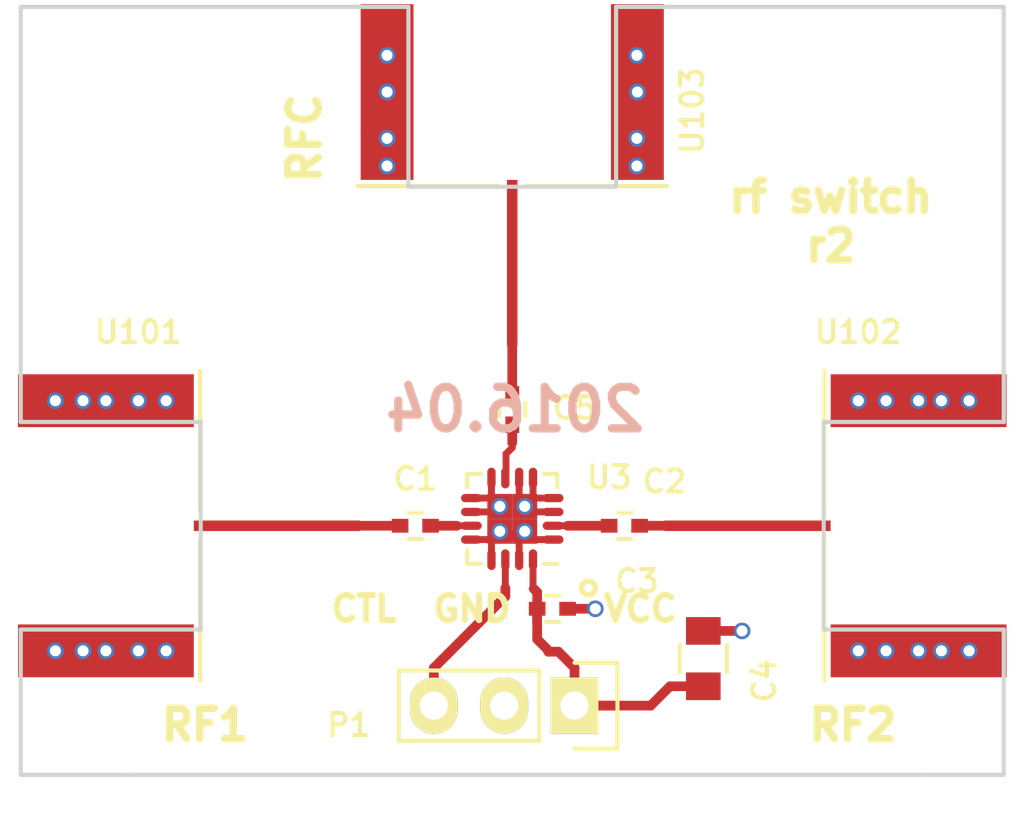
<source format=kicad_pcb>
(kicad_pcb (version 4) (host pcbnew 4.0.2-stable)

  (general
    (links 33)
    (no_connects 0)
    (area 130 88 167.000001 117.568667)
    (thickness 1.6)
    (drawings 27)
    (tracks 92)
    (zones 0)
    (modules 10)
    (nets 10)
  )

  (page A4)
  (layers
    (0 F.Cu signal)
    (1 In1.Cu signal)
    (2 In2.Cu signal)
    (31 B.Cu signal)
    (32 B.Adhes user)
    (33 F.Adhes user)
    (34 B.Paste user)
    (35 F.Paste user)
    (36 B.SilkS user)
    (37 F.SilkS user)
    (38 B.Mask user)
    (39 F.Mask user)
    (40 Dwgs.User user)
    (41 Cmts.User user)
    (42 Eco1.User user)
    (43 Eco2.User user)
    (44 Edge.Cuts user)
    (45 Margin user)
    (46 B.CrtYd user)
    (47 F.CrtYd user)
    (48 B.Fab user)
    (49 F.Fab user)
  )

  (setup
    (last_trace_width 0.35)
    (user_trace_width 0.35)
    (trace_clearance 0.127)
    (zone_clearance 0.3)
    (zone_45_only no)
    (trace_min 0.2)
    (segment_width 0.2)
    (edge_width 0.15)
    (via_size 0.6)
    (via_drill 0.4)
    (via_min_size 0.4)
    (via_min_drill 0.3)
    (uvia_size 0.3)
    (uvia_drill 0.1)
    (uvias_allowed no)
    (uvia_min_size 0.2)
    (uvia_min_drill 0.1)
    (pcb_text_width 0.3)
    (pcb_text_size 1.5 1.5)
    (mod_edge_width 0.15)
    (mod_text_size 0.8 0.8)
    (mod_text_width 0.15)
    (pad_size 1.524 1.524)
    (pad_drill 0.762)
    (pad_to_mask_clearance 0.2)
    (aux_axis_origin 0 0)
    (visible_elements FFFEFF7F)
    (pcbplotparams
      (layerselection 0x010f0_80000007)
      (usegerberextensions true)
      (excludeedgelayer true)
      (linewidth 0.100000)
      (plotframeref false)
      (viasonmask false)
      (mode 1)
      (useauxorigin false)
      (hpglpennumber 1)
      (hpglpenspeed 20)
      (hpglpendiameter 15)
      (hpglpenoverlay 2)
      (psnegative false)
      (psa4output false)
      (plotreference true)
      (plotvalue true)
      (plotinvisibletext false)
      (padsonsilk false)
      (subtractmaskfromsilk false)
      (outputformat 1)
      (mirror false)
      (drillshape 0)
      (scaleselection 1)
      (outputdirectory gerbs/))
  )

  (net 0 "")
  (net 1 "Net-(C1-Pad1)")
  (net 2 "Net-(C1-Pad2)")
  (net 3 "Net-(C2-Pad1)")
  (net 4 "Net-(C2-Pad2)")
  (net 5 "Net-(C3-Pad1)")
  (net 6 GND)
  (net 7 "Net-(C5-Pad1)")
  (net 8 "Net-(C5-Pad2)")
  (net 9 "Net-(P1-Pad3)")

  (net_class Default "This is the default net class."
    (clearance 0.127)
    (trace_width 0.25)
    (via_dia 0.6)
    (via_drill 0.4)
    (uvia_dia 0.3)
    (uvia_drill 0.1)
    (add_net GND)
    (add_net "Net-(C1-Pad1)")
    (add_net "Net-(C1-Pad2)")
    (add_net "Net-(C2-Pad1)")
    (add_net "Net-(C2-Pad2)")
    (add_net "Net-(C3-Pad1)")
    (add_net "Net-(C5-Pad1)")
    (add_net "Net-(C5-Pad2)")
    (add_net "Net-(P1-Pad3)")
  )

  (module Pin_Headers:Pin_Header_Straight_1x03 (layer F.Cu) (tedit 0) (tstamp 56C570EF)
    (at 150.75 113.5 270)
    (descr "Through hole pin header")
    (tags "pin header")
    (path /56AF18F1)
    (fp_text reference P1 (at 0.7 8.15 360) (layer F.SilkS)
      (effects (font (size 0.8 0.8) (thickness 0.15)))
    )
    (fp_text value CONN_01X03 (at 0 -3.1 270) (layer F.Fab)
      (effects (font (size 0.8 0.8) (thickness 0.15)))
    )
    (fp_line (start -1.75 -1.75) (end -1.75 6.85) (layer F.CrtYd) (width 0.05))
    (fp_line (start 1.75 -1.75) (end 1.75 6.85) (layer F.CrtYd) (width 0.05))
    (fp_line (start -1.75 -1.75) (end 1.75 -1.75) (layer F.CrtYd) (width 0.05))
    (fp_line (start -1.75 6.85) (end 1.75 6.85) (layer F.CrtYd) (width 0.05))
    (fp_line (start -1.27 1.27) (end -1.27 6.35) (layer F.SilkS) (width 0.15))
    (fp_line (start -1.27 6.35) (end 1.27 6.35) (layer F.SilkS) (width 0.15))
    (fp_line (start 1.27 6.35) (end 1.27 1.27) (layer F.SilkS) (width 0.15))
    (fp_line (start 1.55 -1.55) (end 1.55 0) (layer F.SilkS) (width 0.15))
    (fp_line (start 1.27 1.27) (end -1.27 1.27) (layer F.SilkS) (width 0.15))
    (fp_line (start -1.55 0) (end -1.55 -1.55) (layer F.SilkS) (width 0.15))
    (fp_line (start -1.55 -1.55) (end 1.55 -1.55) (layer F.SilkS) (width 0.15))
    (pad 1 thru_hole rect (at 0 0 270) (size 2.032 1.7272) (drill 1.016) (layers *.Cu *.Mask F.SilkS)
      (net 5 "Net-(C3-Pad1)"))
    (pad 2 thru_hole oval (at 0 2.54 270) (size 2.032 1.7272) (drill 1.016) (layers *.Cu *.Mask F.SilkS)
      (net 6 GND))
    (pad 3 thru_hole oval (at 0 5.08 270) (size 2.032 1.7272) (drill 1.016) (layers *.Cu *.Mask F.SilkS)
      (net 9 "Net-(P1-Pad3)"))
    (model Pin_Headers.3dshapes/Pin_Header_Straight_1x03.wrl
      (at (xyz 0 -0.1 0))
      (scale (xyz 1 1 1))
      (rotate (xyz 0 0 90))
    )
  )

  (module Capacitors_SMD:C_0402 (layer F.Cu) (tedit 5415D599) (tstamp 56C570DC)
    (at 149.95 110)
    (descr "Capacitor SMD 0402, reflow soldering, AVX (see smccp.pdf)")
    (tags "capacitor 0402")
    (path /56AF1ADD)
    (attr smd)
    (fp_text reference C3 (at 3.05 -1) (layer F.SilkS)
      (effects (font (size 0.8 0.8) (thickness 0.15)))
    )
    (fp_text value "100 pF" (at 0 1.7) (layer F.Fab)
      (effects (font (size 0.8 0.8) (thickness 0.15)))
    )
    (fp_line (start -1.15 -0.6) (end 1.15 -0.6) (layer F.CrtYd) (width 0.05))
    (fp_line (start -1.15 0.6) (end 1.15 0.6) (layer F.CrtYd) (width 0.05))
    (fp_line (start -1.15 -0.6) (end -1.15 0.6) (layer F.CrtYd) (width 0.05))
    (fp_line (start 1.15 -0.6) (end 1.15 0.6) (layer F.CrtYd) (width 0.05))
    (fp_line (start 0.25 -0.475) (end -0.25 -0.475) (layer F.SilkS) (width 0.15))
    (fp_line (start -0.25 0.475) (end 0.25 0.475) (layer F.SilkS) (width 0.15))
    (pad 1 smd rect (at -0.55 0) (size 0.6 0.5) (layers F.Cu F.Paste F.Mask)
      (net 5 "Net-(C3-Pad1)"))
    (pad 2 smd rect (at 0.55 0) (size 0.6 0.5) (layers F.Cu F.Paste F.Mask)
      (net 6 GND))
    (model Capacitors_SMD.3dshapes/C_0402.wrl
      (at (xyz 0 0 0))
      (scale (xyz 1 1 1))
      (rotate (xyz 0 0 0))
    )
  )

  (module Capacitors_SMD:C_0402 (layer F.Cu) (tedit 5415D599) (tstamp 56C570D0)
    (at 145 107)
    (descr "Capacitor SMD 0402, reflow soldering, AVX (see smccp.pdf)")
    (tags "capacitor 0402")
    (path /56AF189D)
    (attr smd)
    (fp_text reference C1 (at 0 -1.7) (layer F.SilkS)
      (effects (font (size 0.8 0.8) (thickness 0.15)))
    )
    (fp_text value "100 pF" (at 0 1.7) (layer F.Fab)
      (effects (font (size 0.8 0.8) (thickness 0.15)))
    )
    (fp_line (start -1.15 -0.6) (end 1.15 -0.6) (layer F.CrtYd) (width 0.05))
    (fp_line (start -1.15 0.6) (end 1.15 0.6) (layer F.CrtYd) (width 0.05))
    (fp_line (start -1.15 -0.6) (end -1.15 0.6) (layer F.CrtYd) (width 0.05))
    (fp_line (start 1.15 -0.6) (end 1.15 0.6) (layer F.CrtYd) (width 0.05))
    (fp_line (start 0.25 -0.475) (end -0.25 -0.475) (layer F.SilkS) (width 0.15))
    (fp_line (start -0.25 0.475) (end 0.25 0.475) (layer F.SilkS) (width 0.15))
    (pad 1 smd rect (at -0.55 0) (size 0.6 0.5) (layers F.Cu F.Paste F.Mask)
      (net 1 "Net-(C1-Pad1)"))
    (pad 2 smd rect (at 0.55 0) (size 0.6 0.5) (layers F.Cu F.Paste F.Mask)
      (net 2 "Net-(C1-Pad2)"))
    (model Capacitors_SMD.3dshapes/C_0402.wrl
      (at (xyz 0 0 0))
      (scale (xyz 1 1 1))
      (rotate (xyz 0 0 0))
    )
  )

  (module Capacitors_SMD:C_0402 (layer F.Cu) (tedit 5415D599) (tstamp 56C570D6)
    (at 152.55 107 180)
    (descr "Capacitor SMD 0402, reflow soldering, AVX (see smccp.pdf)")
    (tags "capacitor 0402")
    (path /56AEF25D)
    (attr smd)
    (fp_text reference C2 (at -1.45 1.6 180) (layer F.SilkS)
      (effects (font (size 0.8 0.8) (thickness 0.15)))
    )
    (fp_text value "100 pF" (at 0 1.7 180) (layer F.Fab)
      (effects (font (size 0.8 0.8) (thickness 0.15)))
    )
    (fp_line (start -1.15 -0.6) (end 1.15 -0.6) (layer F.CrtYd) (width 0.05))
    (fp_line (start -1.15 0.6) (end 1.15 0.6) (layer F.CrtYd) (width 0.05))
    (fp_line (start -1.15 -0.6) (end -1.15 0.6) (layer F.CrtYd) (width 0.05))
    (fp_line (start 1.15 -0.6) (end 1.15 0.6) (layer F.CrtYd) (width 0.05))
    (fp_line (start 0.25 -0.475) (end -0.25 -0.475) (layer F.SilkS) (width 0.15))
    (fp_line (start -0.25 0.475) (end 0.25 0.475) (layer F.SilkS) (width 0.15))
    (pad 1 smd rect (at -0.55 0 180) (size 0.6 0.5) (layers F.Cu F.Paste F.Mask)
      (net 3 "Net-(C2-Pad1)"))
    (pad 2 smd rect (at 0.55 0 180) (size 0.6 0.5) (layers F.Cu F.Paste F.Mask)
      (net 4 "Net-(C2-Pad2)"))
    (model Capacitors_SMD.3dshapes/C_0402.wrl
      (at (xyz 0 0 0))
      (scale (xyz 1 1 1))
      (rotate (xyz 0 0 0))
    )
  )

  (module Capacitors_SMD:C_0805 (layer F.Cu) (tedit 5415D6EA) (tstamp 56C570E2)
    (at 155.4 111.8 90)
    (descr "Capacitor SMD 0805, reflow soldering, AVX (see smccp.pdf)")
    (tags "capacitor 0805")
    (path /56AF1B50)
    (attr smd)
    (fp_text reference C4 (at -0.8 2.2 90) (layer F.SilkS)
      (effects (font (size 0.8 0.8) (thickness 0.15)))
    )
    (fp_text value "10 uF" (at 0 2.1 90) (layer F.Fab)
      (effects (font (size 0.8 0.8) (thickness 0.15)))
    )
    (fp_line (start -1.8 -1) (end 1.8 -1) (layer F.CrtYd) (width 0.05))
    (fp_line (start -1.8 1) (end 1.8 1) (layer F.CrtYd) (width 0.05))
    (fp_line (start -1.8 -1) (end -1.8 1) (layer F.CrtYd) (width 0.05))
    (fp_line (start 1.8 -1) (end 1.8 1) (layer F.CrtYd) (width 0.05))
    (fp_line (start 0.5 -0.85) (end -0.5 -0.85) (layer F.SilkS) (width 0.15))
    (fp_line (start -0.5 0.85) (end 0.5 0.85) (layer F.SilkS) (width 0.15))
    (pad 1 smd rect (at -1 0 90) (size 1 1.25) (layers F.Cu F.Paste F.Mask)
      (net 5 "Net-(C3-Pad1)"))
    (pad 2 smd rect (at 1 0 90) (size 1 1.25) (layers F.Cu F.Paste F.Mask)
      (net 6 GND))
    (model Capacitors_SMD.3dshapes/C_0805.wrl
      (at (xyz 0 0 0))
      (scale (xyz 1 1 1))
      (rotate (xyz 0 0 0))
    )
  )

  (module Capacitors_SMD:C_0402 (layer F.Cu) (tedit 5415D599) (tstamp 56C570E8)
    (at 148.5 102.8 270)
    (descr "Capacitor SMD 0402, reflow soldering, AVX (see smccp.pdf)")
    (tags "capacitor 0402")
    (path /56AEE9AD)
    (attr smd)
    (fp_text reference C5 (at -0.05 -2.25 360) (layer F.SilkS)
      (effects (font (size 0.8 0.8) (thickness 0.15)))
    )
    (fp_text value "100 pF" (at 0 1.7 270) (layer F.Fab)
      (effects (font (size 0.8 0.8) (thickness 0.15)))
    )
    (fp_line (start -1.15 -0.6) (end 1.15 -0.6) (layer F.CrtYd) (width 0.05))
    (fp_line (start -1.15 0.6) (end 1.15 0.6) (layer F.CrtYd) (width 0.05))
    (fp_line (start -1.15 -0.6) (end -1.15 0.6) (layer F.CrtYd) (width 0.05))
    (fp_line (start 1.15 -0.6) (end 1.15 0.6) (layer F.CrtYd) (width 0.05))
    (fp_line (start 0.25 -0.475) (end -0.25 -0.475) (layer F.SilkS) (width 0.15))
    (fp_line (start -0.25 0.475) (end 0.25 0.475) (layer F.SilkS) (width 0.15))
    (pad 1 smd rect (at -0.55 0 270) (size 0.6 0.5) (layers F.Cu F.Paste F.Mask)
      (net 7 "Net-(C5-Pad1)"))
    (pad 2 smd rect (at 0.55 0 270) (size 0.6 0.5) (layers F.Cu F.Paste F.Mask)
      (net 8 "Net-(C5-Pad2)"))
    (model Capacitors_SMD.3dshapes/C_0402.wrl
      (at (xyz 0 0 0))
      (scale (xyz 1 1 1))
      (rotate (xyz 0 0 0))
    )
  )

  (module Housings_DFN_QFN:QFN-16-1EP_3x3mm_Pitch0.5mm (layer F.Cu) (tedit 54130A77) (tstamp 56C57119)
    (at 148.5 106.75 180)
    (descr "16-Lead Plastic Quad Flat, No Lead Package (NG) - 3x3x0.9 mm Body [QFN]; (see Microchip Packaging Specification 00000049BS.pdf)")
    (tags "QFN 0.5")
    (path /56AEE91C)
    (attr smd)
    (fp_text reference U3 (at -3.5 1.5 180) (layer F.SilkS)
      (effects (font (size 0.8 0.8) (thickness 0.15)))
    )
    (fp_text value PE42521 (at 0 2.85 180) (layer F.Fab)
      (effects (font (size 0.8 0.8) (thickness 0.15)))
    )
    (fp_line (start -2.1 -2.1) (end -2.1 2.1) (layer F.CrtYd) (width 0.05))
    (fp_line (start 2.1 -2.1) (end 2.1 2.1) (layer F.CrtYd) (width 0.05))
    (fp_line (start -2.1 -2.1) (end 2.1 -2.1) (layer F.CrtYd) (width 0.05))
    (fp_line (start -2.1 2.1) (end 2.1 2.1) (layer F.CrtYd) (width 0.05))
    (fp_line (start 1.625 -1.625) (end 1.625 -1.125) (layer F.SilkS) (width 0.15))
    (fp_line (start -1.625 1.625) (end -1.625 1.125) (layer F.SilkS) (width 0.15))
    (fp_line (start 1.625 1.625) (end 1.625 1.125) (layer F.SilkS) (width 0.15))
    (fp_line (start -1.625 -1.625) (end -1.125 -1.625) (layer F.SilkS) (width 0.15))
    (fp_line (start -1.625 1.625) (end -1.125 1.625) (layer F.SilkS) (width 0.15))
    (fp_line (start 1.625 1.625) (end 1.125 1.625) (layer F.SilkS) (width 0.15))
    (fp_line (start 1.625 -1.625) (end 1.125 -1.625) (layer F.SilkS) (width 0.15))
    (pad 1 smd oval (at -1.475 -0.75 180) (size 0.75 0.3) (layers F.Cu F.Paste F.Mask)
      (net 6 GND))
    (pad 2 smd oval (at -1.475 -0.25 180) (size 0.75 0.3) (layers F.Cu F.Paste F.Mask)
      (net 4 "Net-(C2-Pad2)"))
    (pad 3 smd oval (at -1.475 0.25 180) (size 0.75 0.3) (layers F.Cu F.Paste F.Mask)
      (net 6 GND))
    (pad 4 smd oval (at -1.475 0.75 180) (size 0.75 0.3) (layers F.Cu F.Paste F.Mask)
      (net 6 GND))
    (pad 5 smd oval (at -0.75 1.475 270) (size 0.75 0.3) (layers F.Cu F.Paste F.Mask)
      (net 6 GND))
    (pad 6 smd oval (at -0.25 1.475 270) (size 0.75 0.3) (layers F.Cu F.Paste F.Mask)
      (net 6 GND))
    (pad 7 smd oval (at 0.25 1.475 270) (size 0.75 0.3) (layers F.Cu F.Paste F.Mask)
      (net 8 "Net-(C5-Pad2)"))
    (pad 8 smd oval (at 0.75 1.475 270) (size 0.75 0.3) (layers F.Cu F.Paste F.Mask)
      (net 6 GND))
    (pad 9 smd oval (at 1.475 0.75 180) (size 0.75 0.3) (layers F.Cu F.Paste F.Mask)
      (net 6 GND))
    (pad 10 smd oval (at 1.475 0.25 180) (size 0.75 0.3) (layers F.Cu F.Paste F.Mask)
      (net 6 GND))
    (pad 11 smd oval (at 1.475 -0.25 180) (size 0.75 0.3) (layers F.Cu F.Paste F.Mask)
      (net 2 "Net-(C1-Pad2)"))
    (pad 12 smd oval (at 1.475 -0.75 180) (size 0.75 0.3) (layers F.Cu F.Paste F.Mask)
      (net 6 GND))
    (pad 13 smd oval (at 0.75 -1.475 270) (size 0.75 0.3) (layers F.Cu F.Paste F.Mask)
      (net 6 GND))
    (pad 14 smd oval (at 0.25 -1.475 270) (size 0.75 0.3) (layers F.Cu F.Paste F.Mask)
      (net 9 "Net-(P1-Pad3)"))
    (pad 15 smd oval (at -0.25 -1.475 270) (size 0.75 0.3) (layers F.Cu F.Paste F.Mask)
      (net 6 GND))
    (pad 16 smd oval (at -0.75 -1.475 270) (size 0.75 0.3) (layers F.Cu F.Paste F.Mask)
      (net 5 "Net-(C3-Pad1)"))
    (pad 17 smd rect (at 0.45 0.45 180) (size 0.9 0.9) (layers F.Cu F.Paste F.Mask)
      (net 6 GND) (solder_paste_margin_ratio -0.2))
    (pad 17 smd rect (at 0.45 -0.45 180) (size 0.9 0.9) (layers F.Cu F.Paste F.Mask)
      (net 6 GND) (solder_paste_margin_ratio -0.2))
    (pad 17 smd rect (at -0.45 0.45 180) (size 0.9 0.9) (layers F.Cu F.Paste F.Mask)
      (net 6 GND) (solder_paste_margin_ratio -0.2))
    (pad 17 smd rect (at -0.45 -0.45 180) (size 0.9 0.9) (layers F.Cu F.Paste F.Mask)
      (net 6 GND) (solder_paste_margin_ratio -0.2))
    (model Housings_DFN_QFN.3dshapes/QFN-16-1EP_3x3mm_Pitch0.5mm.wrl
      (at (xyz 0 0 0))
      (scale (xyz 1 1 1))
      (rotate (xyz 0 0 0))
    )
  )

  (module vna_footprints:142-0721-882_sma_cutout (layer F.Cu) (tedit 572AC847) (tstamp 576CF3F9)
    (at 133.825 107 270)
    (path /576CF551)
    (fp_text reference U101 (at -7 -1.175 360) (layer F.SilkS)
      (effects (font (size 0.8 0.8) (thickness 0.15)))
    )
    (fp_text value CONN_SMA_2GND (at -3.6 -10.3 360) (layer F.Fab)
      (effects (font (size 0.8 0.8) (thickness 0.15)))
    )
    (fp_line (start -0.5 -3.4) (end -5.6 -3.4) (layer F.SilkS) (width 0.15))
    (fp_line (start 5.6 -3.4) (end 0.5 -3.4) (layer F.SilkS) (width 0.15))
    (pad 2 smd rect (at -4.52 0 270) (size 1.91 6.35) (layers F.Cu F.Paste F.Mask)
      (net 6 GND))
    (pad 3 smd rect (at 4.52 0 270) (size 1.91 6.35) (layers F.Cu F.Paste F.Mask)
      (net 6 GND))
    (pad 1 smd rect (at 0 -6.175 270) (size 0.38 6) (layers F.Cu F.Paste F.Mask)
      (net 1 "Net-(C1-Pad1)"))
  )

  (module vna_footprints:142-0721-882_sma_cutout (layer F.Cu) (tedit 572AC847) (tstamp 576CF400)
    (at 163.175 107 90)
    (path /576CF7C8)
    (fp_text reference U102 (at 7 -2.175 180) (layer F.SilkS)
      (effects (font (size 0.8 0.8) (thickness 0.15)))
    )
    (fp_text value CONN_SMA_2GND (at -3.6 -10.3 180) (layer F.Fab)
      (effects (font (size 0.8 0.8) (thickness 0.15)))
    )
    (fp_line (start -0.5 -3.4) (end -5.6 -3.4) (layer F.SilkS) (width 0.15))
    (fp_line (start 5.6 -3.4) (end 0.5 -3.4) (layer F.SilkS) (width 0.15))
    (pad 2 smd rect (at -4.52 0 90) (size 1.91 6.35) (layers F.Cu F.Paste F.Mask)
      (net 6 GND))
    (pad 3 smd rect (at 4.52 0 90) (size 1.91 6.35) (layers F.Cu F.Paste F.Mask)
      (net 6 GND))
    (pad 1 smd rect (at 0 -6.175 90) (size 0.38 6) (layers F.Cu F.Paste F.Mask)
      (net 3 "Net-(C2-Pad1)"))
  )

  (module vna_footprints:142-0721-882_sma_cutout (layer F.Cu) (tedit 572AC847) (tstamp 576CF407)
    (at 148.5 91.3261 180)
    (path /576CF92B)
    (fp_text reference U103 (at -6.5 -0.6739 270) (layer F.SilkS)
      (effects (font (size 0.8 0.8) (thickness 0.15)))
    )
    (fp_text value CONN_SMA_2GND (at -3.6 -10.3 270) (layer F.Fab)
      (effects (font (size 0.8 0.8) (thickness 0.15)))
    )
    (fp_line (start -0.5 -3.4) (end -5.6 -3.4) (layer F.SilkS) (width 0.15))
    (fp_line (start 5.6 -3.4) (end 0.5 -3.4) (layer F.SilkS) (width 0.15))
    (pad 2 smd rect (at -4.52 0 180) (size 1.91 6.35) (layers F.Cu F.Paste F.Mask)
      (net 6 GND))
    (pad 3 smd rect (at 4.52 0 180) (size 1.91 6.35) (layers F.Cu F.Paste F.Mask)
      (net 6 GND))
    (pad 1 smd rect (at 0 -6.175 180) (size 0.38 6) (layers F.Cu F.Paste F.Mask)
      (net 7 "Net-(C5-Pad1)"))
  )

  (gr_line (start 163.5 116) (end 166.25 116) (layer Edge.Cuts) (width 0.15))
  (gr_line (start 166.25 110.75) (end 166.25 116) (layer Edge.Cuts) (width 0.15))
  (gr_line (start 159.75 110.75) (end 166.25 110.75) (layer Edge.Cuts) (width 0.15))
  (gr_line (start 159.75 103.25) (end 159.75 110.75) (layer Edge.Cuts) (width 0.15))
  (gr_line (start 166.25 103.25) (end 159.75 103.25) (layer Edge.Cuts) (width 0.15))
  (gr_line (start 166.25 88.25) (end 166.25 103.25) (layer Edge.Cuts) (width 0.15))
  (gr_line (start 152.25 88.25) (end 166.25 88.25) (layer Edge.Cuts) (width 0.15))
  (gr_line (start 152.25 94.75) (end 152.25 88.25) (layer Edge.Cuts) (width 0.15))
  (gr_line (start 152 94.75) (end 152.25 94.75) (layer Edge.Cuts) (width 0.15))
  (gr_line (start 144.75 94.75) (end 152 94.75) (layer Edge.Cuts) (width 0.15))
  (gr_line (start 144.75 88.25) (end 144.75 94.75) (layer Edge.Cuts) (width 0.15))
  (gr_line (start 130.75 88.25) (end 130.75 88.75) (layer Edge.Cuts) (width 0.15))
  (gr_line (start 144.75 88.25) (end 130.75 88.25) (layer Edge.Cuts) (width 0.15))
  (gr_line (start 130.75 103.25) (end 130.75 88.75) (layer Edge.Cuts) (width 0.15))
  (gr_line (start 137.25 103.25) (end 130.75 103.25) (layer Edge.Cuts) (width 0.15))
  (gr_line (start 137.25 110.75) (end 137.25 103.25) (layer Edge.Cuts) (width 0.15))
  (gr_line (start 130.75 110.75) (end 137.25 110.75) (layer Edge.Cuts) (width 0.15))
  (gr_line (start 130.75 116) (end 130.75 110.75) (layer Edge.Cuts) (width 0.15))
  (gr_line (start 134.75 116) (end 130.75 116) (layer Edge.Cuts) (width 0.15))
  (gr_line (start 163.4 116) (end 134.6 116) (layer Edge.Cuts) (width 0.15))
  (gr_text RF2 (at 160.8 114.2) (layer F.SilkS) (tstamp 5715ABF2)
    (effects (font (size 1.1 1.1) (thickness 0.275)))
  )
  (gr_text RF1 (at 137.4 114.2) (layer F.SilkS) (tstamp 5715ABF1)
    (effects (font (size 1.1 1.1) (thickness 0.275)))
  )
  (gr_text RFC (at 141 93 90) (layer F.SilkS) (tstamp 5715ABF0)
    (effects (font (size 1.1 1.1) (thickness 0.275)))
  )
  (gr_text "rf switch\nr2" (at 160 96) (layer F.SilkS)
    (effects (font (size 1.1 1.1) (thickness 0.275)))
  )
  (gr_text 2016.04 (at 148.6 102.8) (layer B.SilkS)
    (effects (font (size 1.5 1.5) (thickness 0.3)) (justify mirror))
  )
  (gr_text "CTL  GND     VCC" (at 148.2 110) (layer F.SilkS)
    (effects (font (size 0.9 0.9) (thickness 0.225)))
  )
  (gr_circle (center 151.25 109.25) (end 151 109.25) (layer F.SilkS) (width 0.2))

  (segment (start 140 107) (end 144.45 107) (width 0.35) (layer F.Cu) (net 1))
  (segment (start 145.55 107) (end 146.5 107) (width 0.35) (layer F.Cu) (net 2))
  (segment (start 146.5 107) (end 147.025 107) (width 0.25) (layer F.Cu) (net 2))
  (segment (start 153 107) (end 153.1 107) (width 0.35) (layer F.Cu) (net 3))
  (segment (start 157 107) (end 153 107) (width 0.35) (layer F.Cu) (net 3))
  (segment (start 152 107) (end 150.5 107) (width 0.35) (layer F.Cu) (net 4))
  (segment (start 149.975 107) (end 150.5 107) (width 0.25) (layer F.Cu) (net 4))
  (segment (start 153.5 113.5) (end 154.2 112.8) (width 0.35) (layer F.Cu) (net 5))
  (segment (start 154.2 112.8) (end 155.4 112.8) (width 0.35) (layer F.Cu) (net 5))
  (segment (start 150.75 113.5) (end 153.5 113.5) (width 0.35) (layer F.Cu) (net 5))
  (segment (start 149.4 110) (end 149.4 110.5) (width 0.35) (layer F.Cu) (net 5))
  (segment (start 152.125 113.5) (end 150.75 113.5) (width 0.35) (layer F.Cu) (net 5))
  (segment (start 149.8 111.55) (end 150.166 111.55) (width 0.35) (layer F.Cu) (net 5))
  (segment (start 150.166 111.55) (end 150.75 112.134) (width 0.35) (layer F.Cu) (net 5))
  (segment (start 150.75 112.134) (end 150.75 113.5) (width 0.35) (layer F.Cu) (net 5))
  (segment (start 149.8 111.5) (end 149.8 111.55) (width 0.35) (layer F.Cu) (net 5))
  (segment (start 149.4 110.5) (end 149.4 111.1) (width 0.35) (layer F.Cu) (net 5))
  (segment (start 149.4 111.1) (end 149.8 111.5) (width 0.35) (layer F.Cu) (net 5))
  (segment (start 149.25 108.225) (end 149.25 109.25) (width 0.25) (layer F.Cu) (net 5))
  (segment (start 149.25 109.25) (end 149.27501 109.27501) (width 0.25) (layer F.Cu) (net 5))
  (segment (start 149.4 109.4) (end 149.27501 109.27501) (width 0.35) (layer F.Cu) (net 5))
  (segment (start 149.4 110.5) (end 149.4 109.4) (width 0.35) (layer F.Cu) (net 5))
  (via (at 132 102.48) (size 0.6) (drill 0.4) (layers F.Cu B.Cu) (net 6) (tstamp 576CF680))
  (via (at 133 102.48) (size 0.6) (drill 0.4) (layers F.Cu B.Cu) (net 6) (tstamp 576CF67F))
  (via (at 136 102.48) (size 0.6) (drill 0.4) (layers F.Cu B.Cu) (net 6) (tstamp 576CF67D))
  (via (at 135 102.48) (size 0.6) (drill 0.4) (layers F.Cu B.Cu) (net 6) (tstamp 576CF67C))
  (via (at 132 111.52) (size 0.6) (drill 0.4) (layers F.Cu B.Cu) (net 6) (tstamp 576CF67A))
  (via (at 133 111.52) (size 0.6) (drill 0.4) (layers F.Cu B.Cu) (net 6) (tstamp 576CF679))
  (via (at 136 111.52) (size 0.6) (drill 0.4) (layers F.Cu B.Cu) (net 6) (tstamp 576CF677))
  (via (at 135 111.52) (size 0.6) (drill 0.4) (layers F.Cu B.Cu) (net 6) (tstamp 576CF676))
  (via (at 161 111.52) (size 0.6) (drill 0.4) (layers F.Cu B.Cu) (net 6) (tstamp 576CF671))
  (via (at 162 111.52) (size 0.6) (drill 0.4) (layers F.Cu B.Cu) (net 6) (tstamp 576CF670))
  (via (at 165 111.52) (size 0.6) (drill 0.4) (layers F.Cu B.Cu) (net 6) (tstamp 576CF66E))
  (via (at 164 111.52) (size 0.6) (drill 0.4) (layers F.Cu B.Cu) (net 6) (tstamp 576CF66D))
  (via (at 165 102.48) (size 0.6) (drill 0.4) (layers F.Cu B.Cu) (net 6) (tstamp 576CF66B))
  (via (at 164 102.48) (size 0.6) (drill 0.4) (layers F.Cu B.Cu) (net 6) (tstamp 576CF66A))
  (via (at 161 102.48) (size 0.6) (drill 0.4) (layers F.Cu B.Cu) (net 6) (tstamp 576CF668))
  (via (at 162 102.48) (size 0.6) (drill 0.4) (layers F.Cu B.Cu) (net 6) (tstamp 576CF667))
  (via (at 153 94) (size 0.6) (drill 0.4) (layers F.Cu B.Cu) (net 6) (tstamp 576CF665))
  (via (at 143.98 94) (size 0.6) (drill 0.4) (layers F.Cu B.Cu) (net 6) (tstamp 576CF661))
  (via (at 143.98 93) (size 0.6) (drill 0.4) (layers F.Cu B.Cu) (net 6) (tstamp 576CF660))
  (via (at 143.98 90) (size 0.6) (drill 0.4) (layers F.Cu B.Cu) (net 6) (tstamp 576CF65F))
  (via (at 153 93) (size 0.6) (drill 0.4) (layers F.Cu B.Cu) (net 6) (tstamp 576CF65B))
  (via (at 153 90) (size 0.6) (drill 0.4) (layers F.Cu B.Cu) (net 6) (tstamp 576CF65A))
  (via (at 163.175 111.52) (size 0.6) (drill 0.4) (layers F.Cu B.Cu) (net 6))
  (via (at 163.175 102.48) (size 0.6) (drill 0.4) (layers F.Cu B.Cu) (net 6))
  (via (at 133.825 102.48) (size 0.6) (drill 0.4) (layers F.Cu B.Cu) (net 6))
  (via (at 133.825 111.52) (size 0.6) (drill 0.4) (layers F.Cu B.Cu) (net 6))
  (segment (start 156.375 110.8) (end 156.8 110.8) (width 0.35) (layer F.Cu) (net 6))
  (via (at 156.8 110.8) (size 0.6) (drill 0.4) (layers F.Cu B.Cu) (net 6))
  (segment (start 155.4 110.8) (end 156.375 110.8) (width 0.35) (layer F.Cu) (net 6))
  (via (at 151.5 110) (size 0.6) (drill 0.4) (layers F.Cu B.Cu) (net 6))
  (segment (start 150.5 110) (end 151.5 110) (width 0.35) (layer F.Cu) (net 6))
  (via (at 148.05 107.2) (size 0.6) (drill 0.4) (layers F.Cu B.Cu) (net 6))
  (via (at 148.95 107.2) (size 0.6) (drill 0.4) (layers F.Cu B.Cu) (net 6))
  (via (at 148.95 106.3) (size 0.6) (drill 0.4) (layers F.Cu B.Cu) (net 6))
  (via (at 148.05 106.3) (size 0.6) (drill 0.4) (layers F.Cu B.Cu) (net 6))
  (segment (start 147.025 106.5) (end 147.85 106.5) (width 0.25) (layer F.Cu) (net 6))
  (segment (start 147.85 106.5) (end 148.05 106.3) (width 0.25) (layer F.Cu) (net 6))
  (segment (start 147.025 106) (end 147.75 106) (width 0.25) (layer F.Cu) (net 6))
  (segment (start 147.75 106) (end 148.05 106.3) (width 0.25) (layer F.Cu) (net 6))
  (segment (start 147.75 105.275) (end 147.75 106) (width 0.25) (layer F.Cu) (net 6))
  (segment (start 148.75 105.275) (end 148.75 106.1) (width 0.25) (layer F.Cu) (net 6))
  (segment (start 148.75 106.1) (end 148.95 106.3) (width 0.25) (layer F.Cu) (net 6))
  (segment (start 149.25 105.75) (end 149.25 106) (width 0.25) (layer F.Cu) (net 6))
  (segment (start 149.25 106) (end 148.95 106.3) (width 0.25) (layer F.Cu) (net 6))
  (segment (start 149.25 105.275) (end 149.25 105.75) (width 0.25) (layer F.Cu) (net 6))
  (segment (start 149.975 106) (end 149.25 106) (width 0.25) (layer F.Cu) (net 6))
  (segment (start 149.975 106.5) (end 149.15 106.5) (width 0.25) (layer F.Cu) (net 6))
  (segment (start 149.15 106.5) (end 148.95 106.3) (width 0.25) (layer F.Cu) (net 6))
  (segment (start 149.975 107.5) (end 149.25 107.5) (width 0.25) (layer F.Cu) (net 6))
  (segment (start 149.25 107.5) (end 148.95 107.2) (width 0.25) (layer F.Cu) (net 6))
  (segment (start 148.75 108.225) (end 148.75 107.6) (width 0.25) (layer F.Cu) (net 6))
  (segment (start 148.75 107.6) (end 148.35 107.2) (width 0.25) (layer F.Cu) (net 6))
  (segment (start 148.35 107.2) (end 148.05 107.2) (width 0.25) (layer F.Cu) (net 6))
  (segment (start 147.75 108.225) (end 147.75 107.5) (width 0.25) (layer F.Cu) (net 6))
  (segment (start 147.75 107.5) (end 148.05 107.2) (width 0.25) (layer F.Cu) (net 6))
  (segment (start 147.025 107.5) (end 147.75 107.5) (width 0.25) (layer F.Cu) (net 6))
  (via (at 153.02 91.3261) (size 0.6) (drill 0.4) (layers F.Cu B.Cu) (net 6))
  (via (at 143.98 91.3261) (size 0.6) (drill 0.4) (layers F.Cu B.Cu) (net 6))
  (segment (start 148.5 97.5011) (end 148.5 102.25) (width 0.35) (layer F.Cu) (net 7))
  (segment (start 148.5 97.5011) (end 148.5011 97.5) (width 0.35) (layer F.Cu) (net 7))
  (segment (start 148.5 103.35) (end 148.5 104) (width 0.35) (layer F.Cu) (net 8))
  (segment (start 148.5 104.175) (end 148.5 104) (width 0.25) (layer F.Cu) (net 8))
  (segment (start 148.275 105.025) (end 148.275 104.4) (width 0.25) (layer F.Cu) (net 8))
  (segment (start 148.275 104.4) (end 148.5 104.175) (width 0.25) (layer F.Cu) (net 8))
  (segment (start 148.25 109.5) (end 148.25 109.25) (width 0.35) (layer F.Cu) (net 9))
  (segment (start 145.67 113.5) (end 145.67 112.134) (width 0.35) (layer F.Cu) (net 9))
  (segment (start 145.67 112.134) (end 148.25 109.554) (width 0.35) (layer F.Cu) (net 9))
  (segment (start 148.25 109.554) (end 148.25 109.5) (width 0.35) (layer F.Cu) (net 9))
  (segment (start 145.67 114) (end 145.67 113.8476) (width 0.35) (layer F.Cu) (net 9))
  (segment (start 148.25 108.225) (end 148.25 109.25) (width 0.25) (layer F.Cu) (net 9))

  (zone (net 6) (net_name GND) (layer In1.Cu) (tstamp 0) (hatch edge 0.508)
    (connect_pads yes (clearance 0.3))
    (min_thickness 0.254)
    (fill yes (arc_segments 16) (thermal_gap 0.508) (thermal_bridge_width 0.508))
    (polygon
      (pts
        (xy 130 95) (xy 130 116) (xy 167 116) (xy 167 88) (xy 130 88)
      )
    )
    (filled_polygon
      (pts
        (xy 144.248 94.75) (xy 144.286212 94.942107) (xy 144.395032 95.104968) (xy 144.557893 95.213788) (xy 144.75 95.252)
        (xy 152.25 95.252) (xy 152.442107 95.213788) (xy 152.604968 95.104968) (xy 152.713788 94.942107) (xy 152.752 94.75)
        (xy 152.752 88.752) (xy 165.748 88.752) (xy 165.748 102.748) (xy 159.75 102.748) (xy 159.557893 102.786212)
        (xy 159.395032 102.895032) (xy 159.286212 103.057893) (xy 159.248 103.25) (xy 159.248 110.75) (xy 159.286212 110.942107)
        (xy 159.395032 111.104968) (xy 159.557893 111.213788) (xy 159.75 111.252) (xy 165.748 111.252) (xy 165.748 115.498)
        (xy 163.5 115.498) (xy 163.45 115.507945) (xy 163.4 115.498) (xy 131.252 115.498) (xy 131.252 113.31933)
        (xy 144.3794 113.31933) (xy 144.3794 113.68067) (xy 144.477641 114.174561) (xy 144.757408 114.593262) (xy 145.176109 114.873029)
        (xy 145.67 114.97127) (xy 146.163891 114.873029) (xy 146.582592 114.593262) (xy 146.862359 114.174561) (xy 146.9606 113.68067)
        (xy 146.9606 113.31933) (xy 146.862359 112.825439) (xy 146.634217 112.484) (xy 149.451035 112.484) (xy 149.451035 114.516)
        (xy 149.480809 114.674237) (xy 149.574327 114.819567) (xy 149.717019 114.917064) (xy 149.8864 114.951365) (xy 151.6136 114.951365)
        (xy 151.771837 114.921591) (xy 151.917167 114.828073) (xy 152.014664 114.685381) (xy 152.048965 114.516) (xy 152.048965 112.484)
        (xy 152.019191 112.325763) (xy 151.925673 112.180433) (xy 151.782981 112.082936) (xy 151.6136 112.048635) (xy 149.8864 112.048635)
        (xy 149.728163 112.078409) (xy 149.582833 112.171927) (xy 149.485336 112.314619) (xy 149.451035 112.484) (xy 146.634217 112.484)
        (xy 146.582592 112.406738) (xy 146.163891 112.126971) (xy 145.67 112.02873) (xy 145.176109 112.126971) (xy 144.757408 112.406738)
        (xy 144.477641 112.825439) (xy 144.3794 113.31933) (xy 131.252 113.31933) (xy 131.252 111.252) (xy 137.25 111.252)
        (xy 137.442107 111.213788) (xy 137.604968 111.104968) (xy 137.713788 110.942107) (xy 137.752 110.75) (xy 137.752 103.25)
        (xy 137.713788 103.057893) (xy 137.604968 102.895032) (xy 137.442107 102.786212) (xy 137.25 102.748) (xy 131.252 102.748)
        (xy 131.252 88.752) (xy 144.248 88.752)
      )
    )
  )
)

</source>
